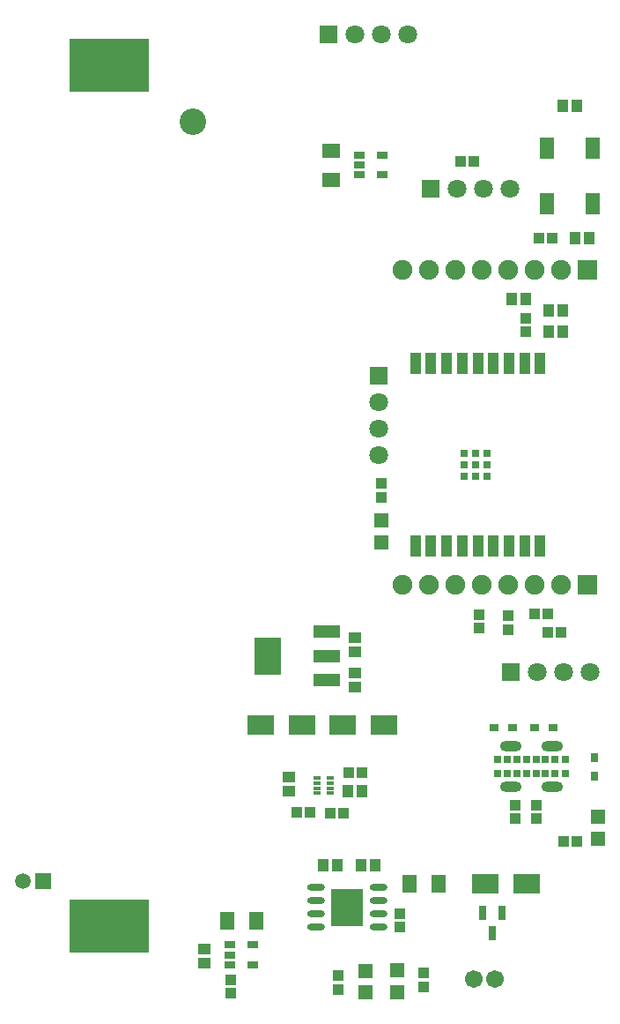
<source format=gts>
G04*
G04 #@! TF.GenerationSoftware,Altium Limited,Altium Designer,22.2.1 (43)*
G04*
G04 Layer_Color=8388736*
%FSLAX25Y25*%
%MOIN*%
G70*
G04*
G04 #@! TF.SameCoordinates,7FF29AC8-F327-4267-8616-DCF866A2A884*
G04*
G04*
G04 #@! TF.FilePolarity,Negative*
G04*
G01*
G75*
%ADD42R,0.05315X0.05315*%
%ADD43R,0.03937X0.04331*%
%ADD44R,0.04331X0.03937*%
%ADD45R,0.03740X0.02559*%
%ADD46R,0.02559X0.03740*%
%ADD47R,0.04134X0.04528*%
%ADD48R,0.30400X0.20400*%
%ADD49R,0.04331X0.08268*%
%ADD50R,0.03150X0.03150*%
%ADD51R,0.07087X0.05315*%
%ADD52R,0.04528X0.04134*%
%ADD53R,0.10433X0.07284*%
%ADD54O,0.06699X0.02762*%
%ADD55R,0.12211X0.14179*%
%ADD56R,0.05315X0.07087*%
%ADD57R,0.04331X0.02756*%
%ADD58R,0.10105X0.04534*%
%ADD59R,0.10105X0.14337*%
%ADD60R,0.03156X0.05321*%
%ADD61R,0.03077X0.01502*%
%ADD62R,0.05715X0.08274*%
%ADD63C,0.06699*%
%ADD64R,0.07093X0.07093*%
%ADD65C,0.07093*%
%ADD66R,0.02835X0.02835*%
%ADD67O,0.08268X0.03937*%
%ADD68C,0.10039*%
%ADD69R,0.07487X0.07487*%
%ADD70C,0.07487*%
%ADD71C,0.05912*%
%ADD72R,0.06306X0.05912*%
%ADD73R,0.07093X0.07093*%
D42*
X230000Y72134D02*
D03*
Y63866D02*
D03*
X148000Y175866D02*
D03*
Y184134D02*
D03*
X142000Y14000D02*
D03*
Y5732D02*
D03*
X154000Y5866D02*
D03*
Y14134D02*
D03*
D43*
X216921Y63000D02*
D03*
X222040D02*
D03*
X211000Y149000D02*
D03*
X205882D02*
D03*
X210882Y142000D02*
D03*
X216000D02*
D03*
X212559Y291000D02*
D03*
X207441D02*
D03*
X183059Y320000D02*
D03*
X177941D02*
D03*
X133559Y73500D02*
D03*
X128441D02*
D03*
X121000Y74000D02*
D03*
X115882D02*
D03*
X135441Y89000D02*
D03*
X140559D02*
D03*
D44*
X206480Y76559D02*
D03*
Y71441D02*
D03*
X198480Y76559D02*
D03*
Y71441D02*
D03*
X148000Y193000D02*
D03*
Y198118D02*
D03*
X196000Y148118D02*
D03*
Y143000D02*
D03*
X185000Y143441D02*
D03*
Y148559D02*
D03*
X202500Y255441D02*
D03*
Y260559D02*
D03*
X155000Y35559D02*
D03*
Y30441D02*
D03*
X131500Y12059D02*
D03*
Y6941D02*
D03*
X91000Y5441D02*
D03*
Y10559D02*
D03*
X164000Y13059D02*
D03*
Y7941D02*
D03*
D45*
X190480Y106000D02*
D03*
X197567D02*
D03*
X213024D02*
D03*
X205937D02*
D03*
D46*
X228480Y87457D02*
D03*
Y94543D02*
D03*
D47*
X202658Y268000D02*
D03*
X197343D02*
D03*
X216500Y255500D02*
D03*
X211185D02*
D03*
X216500Y263500D02*
D03*
X211185D02*
D03*
X145658Y54000D02*
D03*
X140342D02*
D03*
X126000D02*
D03*
X131315D02*
D03*
X135343Y82000D02*
D03*
X140657D02*
D03*
X216685Y341000D02*
D03*
X222000D02*
D03*
X221342Y291000D02*
D03*
X226658D02*
D03*
D48*
X45000Y31000D02*
D03*
Y356300D02*
D03*
D49*
X208079Y243559D02*
D03*
X202173D02*
D03*
X196268D02*
D03*
X190362D02*
D03*
X184457D02*
D03*
X178551D02*
D03*
X172646D02*
D03*
X166740D02*
D03*
X160835D02*
D03*
Y174661D02*
D03*
X166740D02*
D03*
X172646D02*
D03*
X178551D02*
D03*
X184457D02*
D03*
X190362D02*
D03*
X196268D02*
D03*
X202173D02*
D03*
X208079D02*
D03*
D50*
X188000Y209661D02*
D03*
X183669D02*
D03*
X179339D02*
D03*
X188000Y205331D02*
D03*
X183669D02*
D03*
X179339D02*
D03*
Y201000D02*
D03*
X183669D02*
D03*
X188000D02*
D03*
D51*
X129000Y324012D02*
D03*
Y312988D02*
D03*
D52*
X81000Y22315D02*
D03*
Y17000D02*
D03*
X138000Y140000D02*
D03*
Y134685D02*
D03*
Y121343D02*
D03*
Y126657D02*
D03*
X113000Y87315D02*
D03*
Y82000D02*
D03*
D53*
X202874Y47000D02*
D03*
X187126D02*
D03*
X117874Y107000D02*
D03*
X102126D02*
D03*
X133126D02*
D03*
X148874D02*
D03*
D54*
X123189Y45500D02*
D03*
Y40500D02*
D03*
Y35500D02*
D03*
Y30500D02*
D03*
X146811Y45500D02*
D03*
Y40500D02*
D03*
Y35500D02*
D03*
Y30500D02*
D03*
D55*
X135000Y38000D02*
D03*
D56*
X169512Y47000D02*
D03*
X158488D02*
D03*
X89488Y33000D02*
D03*
X100512D02*
D03*
D57*
X99331Y23740D02*
D03*
Y16260D02*
D03*
X90669Y23740D02*
D03*
X90669Y16260D02*
D03*
Y20000D02*
D03*
X139669Y318500D02*
D03*
Y314760D02*
D03*
X139669Y322240D02*
D03*
X148331Y314760D02*
D03*
Y322240D02*
D03*
D58*
X127250Y123945D02*
D03*
Y133000D02*
D03*
Y142055D02*
D03*
D59*
X104750Y133000D02*
D03*
D60*
X193740Y35937D02*
D03*
X186260D02*
D03*
X190000Y28063D02*
D03*
D61*
X128520Y86953D02*
D03*
Y84984D02*
D03*
Y83016D02*
D03*
Y81047D02*
D03*
X123480D02*
D03*
Y83016D02*
D03*
Y84984D02*
D03*
Y86953D02*
D03*
D62*
X228000Y325000D02*
D03*
X210676Y324999D02*
D03*
X228000Y304000D02*
D03*
X210676Y303999D02*
D03*
D63*
X183063Y11000D02*
D03*
X190937D02*
D03*
D64*
X128000Y368000D02*
D03*
X197000Y127000D02*
D03*
X166500Y309500D02*
D03*
D65*
X138000Y368000D02*
D03*
X148000D02*
D03*
X158000D02*
D03*
X227000Y127000D02*
D03*
X217000D02*
D03*
X207000D02*
D03*
X147000Y229000D02*
D03*
Y219000D02*
D03*
Y209000D02*
D03*
X176500Y309500D02*
D03*
X186500D02*
D03*
X196500D02*
D03*
D66*
X217480Y94000D02*
D03*
X213739D02*
D03*
X210000D02*
D03*
X206456D02*
D03*
X202913D02*
D03*
X199369D02*
D03*
X195629D02*
D03*
X191889D02*
D03*
Y88488D02*
D03*
X195629D02*
D03*
X199369D02*
D03*
X202913D02*
D03*
X206456D02*
D03*
X210000D02*
D03*
X213739D02*
D03*
X217480D02*
D03*
D67*
X196810Y98843D02*
D03*
X212559D02*
D03*
X196810Y83646D02*
D03*
X212559D02*
D03*
D68*
X76496Y334752D02*
D03*
D69*
X226000Y279000D02*
D03*
Y160000D02*
D03*
D70*
X216000Y279000D02*
D03*
X206000D02*
D03*
X196000D02*
D03*
X186000D02*
D03*
X176000D02*
D03*
X166000D02*
D03*
X156000D02*
D03*
X216000Y160000D02*
D03*
X206000D02*
D03*
X196000D02*
D03*
X186000D02*
D03*
X176000D02*
D03*
X166000D02*
D03*
X156000D02*
D03*
D71*
X12126Y48000D02*
D03*
D72*
X20000D02*
D03*
D73*
X147000Y239000D02*
D03*
M02*

</source>
